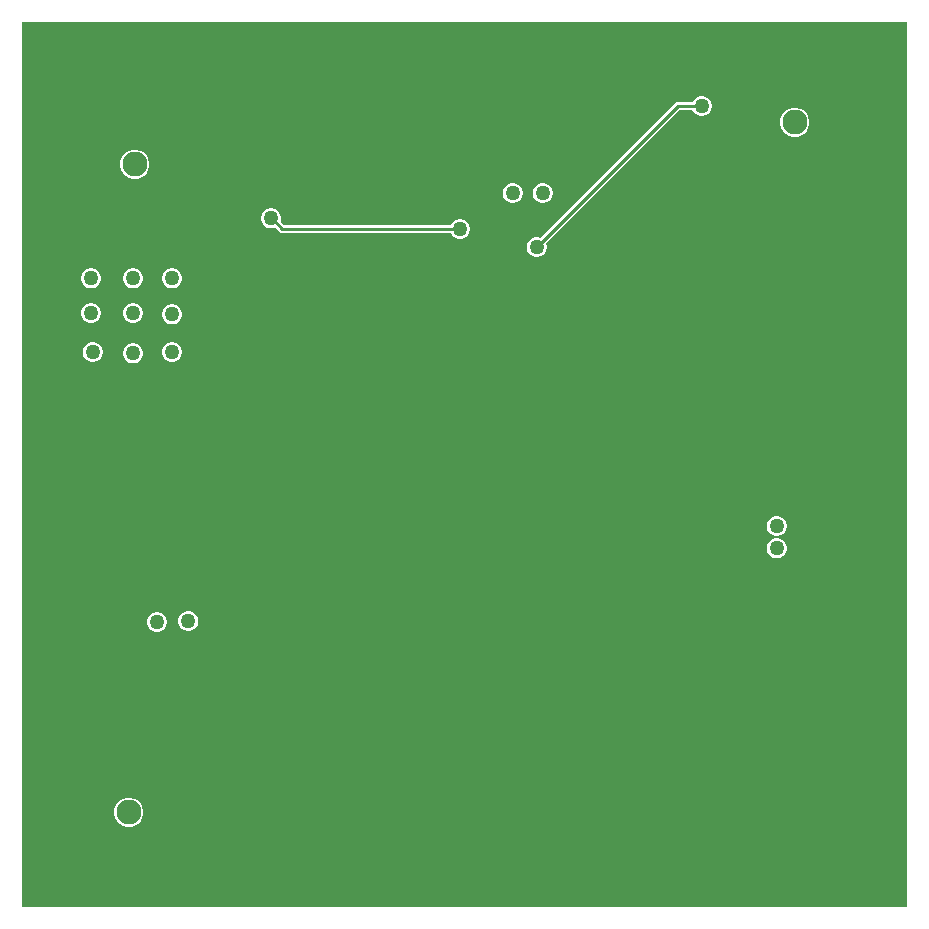
<source format=gbl>
G04*
G04 #@! TF.GenerationSoftware,Altium Limited,Altium Designer,22.9.1 (49)*
G04*
G04 Layer_Physical_Order=4*
G04 Layer_Color=16711680*
%FSLAX25Y25*%
%MOIN*%
G70*
G04*
G04 #@! TF.SameCoordinates,F90F1F70-A081-4BF1-957E-811509834440*
G04*
G04*
G04 #@! TF.FilePolarity,Positive*
G04*
G01*
G75*
%ADD14C,0.01000*%
%ADD45C,0.08300*%
%ADD48C,0.21000*%
%ADD49C,0.05000*%
G36*
X297500Y2500D02*
X2500D01*
Y297500D01*
X297500D01*
Y2500D01*
D02*
G37*
%LPC*%
G36*
X229434Y272800D02*
X228566D01*
X227726Y272575D01*
X226974Y272141D01*
X226359Y271526D01*
X225955Y270826D01*
X221000D01*
X220493Y270725D01*
X220063Y270437D01*
X175216Y225591D01*
X174434Y225800D01*
X173566D01*
X172726Y225575D01*
X171974Y225141D01*
X171359Y224526D01*
X170925Y223774D01*
X170700Y222935D01*
Y222065D01*
X170925Y221226D01*
X171359Y220474D01*
X171974Y219859D01*
X172726Y219425D01*
X173566Y219200D01*
X174434D01*
X175274Y219425D01*
X176026Y219859D01*
X176641Y220474D01*
X177075Y221226D01*
X177300Y222065D01*
Y222935D01*
X177091Y223716D01*
X221549Y268175D01*
X225955D01*
X226359Y267474D01*
X226974Y266859D01*
X227726Y266425D01*
X228566Y266200D01*
X229434D01*
X230274Y266425D01*
X231026Y266859D01*
X231641Y267474D01*
X232075Y268226D01*
X232300Y269065D01*
Y269935D01*
X232075Y270774D01*
X231641Y271526D01*
X231026Y272141D01*
X230274Y272575D01*
X229434Y272800D01*
D02*
G37*
G36*
X260652Y268950D02*
X259348D01*
X258089Y268613D01*
X256961Y267961D01*
X256039Y267039D01*
X255387Y265911D01*
X255050Y264652D01*
Y263348D01*
X255387Y262089D01*
X256039Y260961D01*
X256961Y260039D01*
X258089Y259387D01*
X259348Y259050D01*
X260652D01*
X261911Y259387D01*
X263039Y260039D01*
X263961Y260961D01*
X264613Y262089D01*
X264950Y263348D01*
Y264652D01*
X264613Y265911D01*
X263961Y267039D01*
X263039Y267961D01*
X261911Y268613D01*
X260652Y268950D01*
D02*
G37*
G36*
X40652Y254950D02*
X39348D01*
X38089Y254613D01*
X36961Y253961D01*
X36039Y253039D01*
X35387Y251911D01*
X35050Y250652D01*
Y249348D01*
X35387Y248089D01*
X36039Y246961D01*
X36961Y246039D01*
X38089Y245387D01*
X39348Y245050D01*
X40652D01*
X41911Y245387D01*
X43039Y246039D01*
X43961Y246961D01*
X44613Y248089D01*
X44950Y249348D01*
Y250652D01*
X44613Y251911D01*
X43961Y253039D01*
X43039Y253961D01*
X41911Y254613D01*
X40652Y254950D01*
D02*
G37*
G36*
X176434Y243800D02*
X175566D01*
X174726Y243575D01*
X173974Y243141D01*
X173359Y242526D01*
X172925Y241774D01*
X172700Y240934D01*
Y240066D01*
X172925Y239226D01*
X173359Y238474D01*
X173974Y237859D01*
X174726Y237425D01*
X175566Y237200D01*
X176434D01*
X177274Y237425D01*
X178026Y237859D01*
X178641Y238474D01*
X179075Y239226D01*
X179300Y240066D01*
Y240934D01*
X179075Y241774D01*
X178641Y242526D01*
X178026Y243141D01*
X177274Y243575D01*
X176434Y243800D01*
D02*
G37*
G36*
X166434D02*
X165566D01*
X164726Y243575D01*
X163974Y243141D01*
X163359Y242526D01*
X162925Y241774D01*
X162700Y240934D01*
Y240066D01*
X162925Y239226D01*
X163359Y238474D01*
X163974Y237859D01*
X164726Y237425D01*
X165566Y237200D01*
X166434D01*
X167274Y237425D01*
X168026Y237859D01*
X168641Y238474D01*
X169075Y239226D01*
X169300Y240066D01*
Y240934D01*
X169075Y241774D01*
X168641Y242526D01*
X168026Y243141D01*
X167274Y243575D01*
X166434Y243800D01*
D02*
G37*
G36*
X85935Y235300D02*
X85066D01*
X84226Y235075D01*
X83474Y234641D01*
X82859Y234026D01*
X82425Y233274D01*
X82200Y232435D01*
Y231565D01*
X82425Y230726D01*
X82859Y229974D01*
X83474Y229359D01*
X84226Y228925D01*
X85066Y228700D01*
X85935D01*
X86774Y228925D01*
X86846Y228967D01*
X88250Y227563D01*
X88680Y227275D01*
X89188Y227174D01*
X145455D01*
X145859Y226474D01*
X146474Y225859D01*
X147226Y225425D01*
X148066Y225200D01*
X148934D01*
X149774Y225425D01*
X150526Y225859D01*
X151141Y226474D01*
X151575Y227226D01*
X151800Y228065D01*
Y228935D01*
X151575Y229774D01*
X151141Y230526D01*
X150526Y231141D01*
X149774Y231575D01*
X148934Y231800D01*
X148066D01*
X147226Y231575D01*
X146474Y231141D01*
X145859Y230526D01*
X145455Y229825D01*
X89737D01*
X88630Y230932D01*
X88800Y231565D01*
Y232435D01*
X88575Y233274D01*
X88141Y234026D01*
X87526Y234641D01*
X86774Y235075D01*
X85935Y235300D01*
D02*
G37*
G36*
X52934Y215300D02*
X52065D01*
X51226Y215075D01*
X50474Y214641D01*
X49859Y214026D01*
X49425Y213274D01*
X49200Y212435D01*
Y211565D01*
X49425Y210726D01*
X49859Y209974D01*
X50474Y209359D01*
X51226Y208925D01*
X52065Y208700D01*
X52934D01*
X53774Y208925D01*
X54526Y209359D01*
X55141Y209974D01*
X55575Y210726D01*
X55800Y211565D01*
Y212435D01*
X55575Y213274D01*
X55141Y214026D01*
X54526Y214641D01*
X53774Y215075D01*
X52934Y215300D01*
D02*
G37*
G36*
X39934D02*
X39066D01*
X38226Y215075D01*
X37474Y214641D01*
X36859Y214026D01*
X36425Y213274D01*
X36200Y212435D01*
Y211565D01*
X36425Y210726D01*
X36859Y209974D01*
X37474Y209359D01*
X38226Y208925D01*
X39066Y208700D01*
X39934D01*
X40774Y208925D01*
X41526Y209359D01*
X42141Y209974D01*
X42575Y210726D01*
X42800Y211565D01*
Y212435D01*
X42575Y213274D01*
X42141Y214026D01*
X41526Y214641D01*
X40774Y215075D01*
X39934Y215300D01*
D02*
G37*
G36*
X25934D02*
X25065D01*
X24226Y215075D01*
X23474Y214641D01*
X22859Y214026D01*
X22425Y213274D01*
X22200Y212435D01*
Y211565D01*
X22425Y210726D01*
X22859Y209974D01*
X23474Y209359D01*
X24226Y208925D01*
X25065Y208700D01*
X25934D01*
X26774Y208925D01*
X27526Y209359D01*
X28141Y209974D01*
X28575Y210726D01*
X28800Y211565D01*
Y212435D01*
X28575Y213274D01*
X28141Y214026D01*
X27526Y214641D01*
X26774Y215075D01*
X25934Y215300D01*
D02*
G37*
G36*
X39934Y203800D02*
X39066D01*
X38226Y203575D01*
X37474Y203141D01*
X36859Y202526D01*
X36425Y201774D01*
X36200Y200934D01*
Y200066D01*
X36425Y199226D01*
X36859Y198474D01*
X37474Y197859D01*
X38226Y197425D01*
X39066Y197200D01*
X39934D01*
X40774Y197425D01*
X41526Y197859D01*
X42141Y198474D01*
X42575Y199226D01*
X42800Y200066D01*
Y200934D01*
X42575Y201774D01*
X42141Y202526D01*
X41526Y203141D01*
X40774Y203575D01*
X39934Y203800D01*
D02*
G37*
G36*
X25934D02*
X25065D01*
X24226Y203575D01*
X23474Y203141D01*
X22859Y202526D01*
X22425Y201774D01*
X22200Y200934D01*
Y200066D01*
X22425Y199226D01*
X22859Y198474D01*
X23474Y197859D01*
X24226Y197425D01*
X25065Y197200D01*
X25934D01*
X26774Y197425D01*
X27526Y197859D01*
X28141Y198474D01*
X28575Y199226D01*
X28800Y200066D01*
Y200934D01*
X28575Y201774D01*
X28141Y202526D01*
X27526Y203141D01*
X26774Y203575D01*
X25934Y203800D01*
D02*
G37*
G36*
X52934Y203300D02*
X52065D01*
X51226Y203075D01*
X50474Y202641D01*
X49859Y202026D01*
X49425Y201274D01*
X49200Y200434D01*
Y199566D01*
X49425Y198726D01*
X49859Y197974D01*
X50474Y197359D01*
X51226Y196925D01*
X52065Y196700D01*
X52934D01*
X53774Y196925D01*
X54526Y197359D01*
X55141Y197974D01*
X55575Y198726D01*
X55800Y199566D01*
Y200434D01*
X55575Y201274D01*
X55141Y202026D01*
X54526Y202641D01*
X53774Y203075D01*
X52934Y203300D01*
D02*
G37*
G36*
Y190800D02*
X52065D01*
X51226Y190575D01*
X50474Y190141D01*
X49859Y189526D01*
X49425Y188774D01*
X49200Y187934D01*
Y187066D01*
X49425Y186226D01*
X49859Y185474D01*
X50474Y184859D01*
X51226Y184425D01*
X52065Y184200D01*
X52934D01*
X53774Y184425D01*
X54526Y184859D01*
X55141Y185474D01*
X55575Y186226D01*
X55800Y187066D01*
Y187934D01*
X55575Y188774D01*
X55141Y189526D01*
X54526Y190141D01*
X53774Y190575D01*
X52934Y190800D01*
D02*
G37*
G36*
X26434D02*
X25565D01*
X24726Y190575D01*
X23974Y190141D01*
X23359Y189526D01*
X22925Y188774D01*
X22700Y187934D01*
Y187066D01*
X22925Y186226D01*
X23359Y185474D01*
X23974Y184859D01*
X24726Y184425D01*
X25565Y184200D01*
X26434D01*
X27274Y184425D01*
X28026Y184859D01*
X28641Y185474D01*
X29075Y186226D01*
X29300Y187066D01*
Y187934D01*
X29075Y188774D01*
X28641Y189526D01*
X28026Y190141D01*
X27274Y190575D01*
X26434Y190800D01*
D02*
G37*
G36*
X39934Y190300D02*
X39066D01*
X38226Y190075D01*
X37474Y189641D01*
X36859Y189026D01*
X36425Y188274D01*
X36200Y187434D01*
Y186566D01*
X36425Y185726D01*
X36859Y184974D01*
X37474Y184359D01*
X38226Y183925D01*
X39066Y183700D01*
X39934D01*
X40774Y183925D01*
X41526Y184359D01*
X42141Y184974D01*
X42575Y185726D01*
X42800Y186566D01*
Y187434D01*
X42575Y188274D01*
X42141Y189026D01*
X41526Y189641D01*
X40774Y190075D01*
X39934Y190300D01*
D02*
G37*
G36*
X254434Y132800D02*
X253566D01*
X252726Y132575D01*
X251974Y132141D01*
X251359Y131526D01*
X250925Y130774D01*
X250700Y129934D01*
Y129066D01*
X250925Y128226D01*
X251359Y127474D01*
X251974Y126859D01*
X252726Y126425D01*
X253566Y126200D01*
X254434D01*
X255274Y126425D01*
X256026Y126859D01*
X256641Y127474D01*
X257075Y128226D01*
X257300Y129066D01*
Y129934D01*
X257075Y130774D01*
X256641Y131526D01*
X256026Y132141D01*
X255274Y132575D01*
X254434Y132800D01*
D02*
G37*
G36*
Y125300D02*
X253566D01*
X252726Y125075D01*
X251974Y124641D01*
X251359Y124026D01*
X250925Y123274D01*
X250700Y122434D01*
Y121566D01*
X250925Y120726D01*
X251359Y119974D01*
X251974Y119359D01*
X252726Y118925D01*
X253566Y118700D01*
X254434D01*
X255274Y118925D01*
X256026Y119359D01*
X256641Y119974D01*
X257075Y120726D01*
X257300Y121566D01*
Y122434D01*
X257075Y123274D01*
X256641Y124026D01*
X256026Y124641D01*
X255274Y125075D01*
X254434Y125300D01*
D02*
G37*
G36*
X58349Y101097D02*
X57480D01*
X56641Y100873D01*
X55888Y100438D01*
X55274Y99824D01*
X54839Y99071D01*
X54614Y98232D01*
Y97363D01*
X54839Y96524D01*
X55274Y95771D01*
X55888Y95157D01*
X56641Y94722D01*
X57480Y94497D01*
X58349D01*
X59188Y94722D01*
X59941Y95157D01*
X60555Y95771D01*
X60989Y96524D01*
X61214Y97363D01*
Y98232D01*
X60989Y99071D01*
X60555Y99824D01*
X59941Y100438D01*
X59188Y100873D01*
X58349Y101097D01*
D02*
G37*
G36*
X47934Y100800D02*
X47066D01*
X46226Y100575D01*
X45474Y100141D01*
X44859Y99526D01*
X44425Y98774D01*
X44200Y97935D01*
Y97066D01*
X44425Y96226D01*
X44859Y95474D01*
X45474Y94859D01*
X46226Y94425D01*
X47066Y94200D01*
X47934D01*
X48774Y94425D01*
X49526Y94859D01*
X50141Y95474D01*
X50575Y96226D01*
X50800Y97066D01*
Y97935D01*
X50575Y98774D01*
X50141Y99526D01*
X49526Y100141D01*
X48774Y100575D01*
X47934Y100800D01*
D02*
G37*
G36*
X38652Y38950D02*
X37348D01*
X36089Y38613D01*
X34961Y37961D01*
X34039Y37039D01*
X33387Y35911D01*
X33050Y34652D01*
Y33348D01*
X33387Y32089D01*
X34039Y30961D01*
X34961Y30039D01*
X36089Y29387D01*
X37348Y29050D01*
X38652D01*
X39911Y29387D01*
X41039Y30039D01*
X41961Y30961D01*
X42613Y32089D01*
X42950Y33348D01*
Y34652D01*
X42613Y35911D01*
X41961Y37039D01*
X41039Y37961D01*
X39911Y38613D01*
X38652Y38950D01*
D02*
G37*
%LPD*%
D14*
X85688Y232000D02*
X89188Y228500D01*
X85500Y232000D02*
X85688D01*
X89188Y228500D02*
X148500D01*
X221000Y269500D02*
X229000D01*
X174000Y222500D02*
X221000Y269500D01*
D45*
X260000Y264000D02*
D03*
Y244000D02*
D03*
X38000Y34000D02*
D03*
Y54000D02*
D03*
X40000Y250000D02*
D03*
Y270000D02*
D03*
D48*
X18000Y80000D02*
D03*
X271000Y197000D02*
D03*
X277500Y25500D02*
D03*
X76500Y285500D02*
D03*
D49*
X254000Y122000D02*
D03*
X115000Y216500D02*
D03*
X146500Y137500D02*
D03*
X168500D02*
D03*
X157500D02*
D03*
X135500D02*
D03*
X125500D02*
D03*
Y127500D02*
D03*
X135500D02*
D03*
X146500D02*
D03*
X157500Y128000D02*
D03*
X168500D02*
D03*
X146000Y156500D02*
D03*
X168000D02*
D03*
X157000D02*
D03*
X135000D02*
D03*
X125000D02*
D03*
Y146500D02*
D03*
X135000D02*
D03*
X146000D02*
D03*
X157000Y147000D02*
D03*
X168000D02*
D03*
X146000Y176500D02*
D03*
X168000D02*
D03*
X157000D02*
D03*
X135000D02*
D03*
X125000D02*
D03*
Y166500D02*
D03*
X135000D02*
D03*
X146000D02*
D03*
X157000Y167000D02*
D03*
X168000D02*
D03*
Y187000D02*
D03*
X157000D02*
D03*
X146000Y186500D02*
D03*
X135000D02*
D03*
X125000D02*
D03*
X85500Y232000D02*
D03*
X168500Y119000D02*
D03*
X157500D02*
D03*
X135500D02*
D03*
X146500D02*
D03*
X125500D02*
D03*
X125000Y206500D02*
D03*
Y196500D02*
D03*
X94000Y216500D02*
D03*
X104000D02*
D03*
X125000D02*
D03*
X151000Y97000D02*
D03*
Y86000D02*
D03*
Y75000D02*
D03*
X145500Y80500D02*
D03*
Y91500D02*
D03*
X140000Y97000D02*
D03*
Y86000D02*
D03*
Y75000D02*
D03*
X77000Y267500D02*
D03*
X197500Y264500D02*
D03*
X157500Y264000D02*
D03*
X150000D02*
D03*
X94000Y196500D02*
D03*
X135000D02*
D03*
X94000Y206500D02*
D03*
X115000D02*
D03*
X104000Y196500D02*
D03*
X157000D02*
D03*
X178500Y264500D02*
D03*
X100000Y263500D02*
D03*
X206500Y264500D02*
D03*
X85500Y267500D02*
D03*
X69000D02*
D03*
X86000Y259500D02*
D03*
X187500Y264500D02*
D03*
X168000Y196500D02*
D03*
X146000D02*
D03*
X115000D02*
D03*
X104000Y206500D02*
D03*
X254000Y129500D02*
D03*
X47500Y97500D02*
D03*
X57914Y97797D02*
D03*
X166000Y240500D02*
D03*
X176000D02*
D03*
X39500Y212000D02*
D03*
Y200500D02*
D03*
Y187000D02*
D03*
X52500Y187500D02*
D03*
Y200000D02*
D03*
Y212000D02*
D03*
X25500D02*
D03*
Y200500D02*
D03*
X26000Y187500D02*
D03*
X148500Y228500D02*
D03*
X229000Y269500D02*
D03*
X174000Y222500D02*
D03*
M02*

</source>
